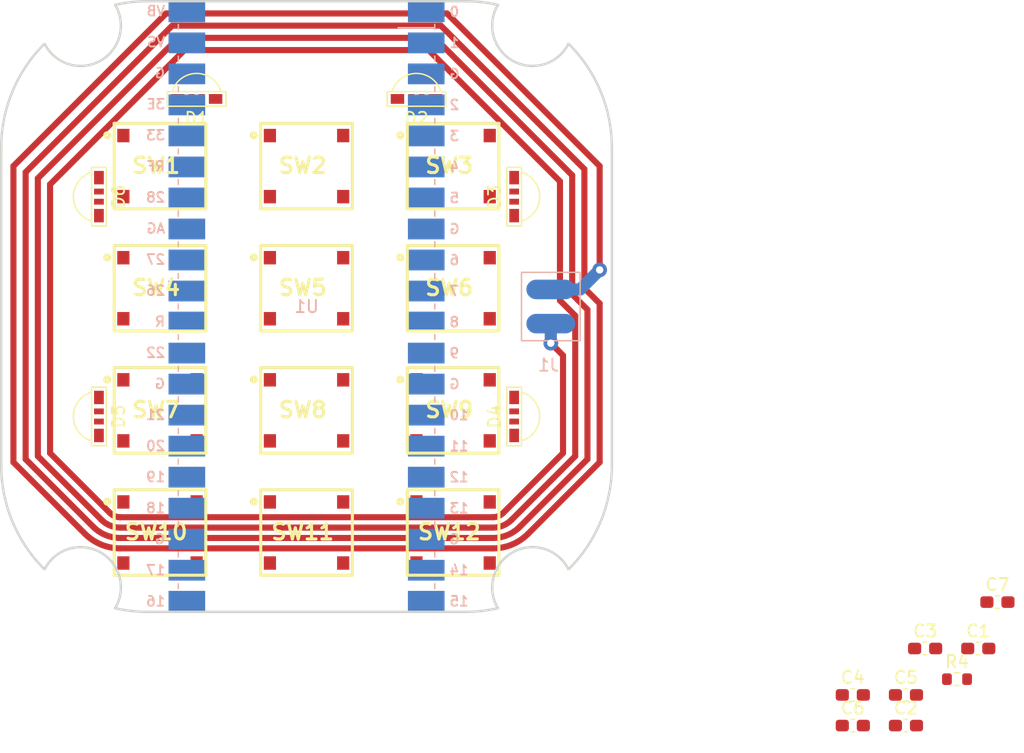
<source format=kicad_pcb>
(kicad_pcb (version 20211014) (generator pcbnew)
  (title_block (title "Teeny Controller for IIDX"))
  (layers (0 "F.Cu" signal) (31 "B.Cu" signal) (34 "B.Paste" user) (35 "F.Paste" user) (36 "B.SilkS" user "B.Silkscreen") (37 "F.SilkS" user "F.Silkscreen") (38 "B.Mask" user) (39 "F.Mask" user) (44 "Edge.Cuts" user))
  (net 0 "")
  (net 1 "+5V")
  (net 2 "GND")
  (net 3 "+3V3")
  (net 5 "Net-(R4-Pad2)")
  (net 47 "Net-(SW1-Pad3)")
  (net 48 "Net-(SW2-Pad3)")
  (net 49 "Net-(SW3-Pad3)")
  (net 50 "Net-(SW4-Pad3)")
  (net 51 "Net-(SW5-Pad3)")
  (net 52 "Net-(SW6-Pad3)")
  (net 53 "Net-(SW7-Pad3)")
  (net 54 "Net-(SW8-Pad3)")
  (net 55 "Net-(SW9-Pad3)")
  (net 56 "Net-(SW10-Pad3)")
  (net 57 "Net-(SW11-Pad3)")
  (net 58 "Net-(SW12-Pad3)")
  (net 59 "Net-(R4-Pad1)")
  (net 60 "Net-(D1-PadO)")
  (net 63 "Net-(D2-PadO)")
  (net 66 "Net-(D3-PadO)")
  (net 69 "Net-(D4-PadO)")
  (net 72 "Net-(D5-PadO)")
  (net 77 "/ANT")
  (footprint "aic_pico:SKRR" (layer "F.Cu") (at 147.32 131.9)
    (fp_text reference "SW12" (at -0.315 -0.046) (layer "F.SilkS") (effects (font (size 1.27 1.27) (thickness 0.254))))
    (fp_text value "SKRR_4pin" hide)
    (fp_line (start 3.75 3.5) (end 3.75 -3.5) (layer "F.SilkS") (width 0.254))
    (fp_line (start 3.75 -3.5) (end -3.75 -3.5) (layer "F.SilkS") (width 0.254))
    (fp_line (start -3.75 -3.5) (end -3.75 3.5) (layer "F.SilkS") (width 0.254))
    (fp_line (start -3.75 3.5) (end 3.75 3.5) (layer "F.SilkS") (width 0.254))
    (fp_circle (center -4.321 -2.524) (end -4.321 -2.45095) (layer "F.SilkS") (width 0.254) (fill none))
    (pad "1" smd rect (at -3 -2.5) (size 1 1.1) (layers "F.Cu" "F.Paste" "F.Mask"))
    (pad "2" smd rect (at -3 2.5) (size 1 1.1) (layers "F.Cu" "F.Paste" "F.Mask"))
    (pad "3" smd rect (at 3 -2.5) (size 1 1.1) (layers "F.Cu" "F.Paste" "F.Mask") (net 58 "Net-(SW12-Pad3)"))
    (pad "4" smd rect (at 3 2.5) (size 1 1.1) (layers "F.Cu" "F.Paste" "F.Mask") (net 2 "GND"))
  )
  (footprint "aic_pico:WS2812B-1204" (layer "F.Cu") (at 152.32 122.4 90)
    (fp_text reference "D4" (at 0 -1.6 90) (layer "F.SilkS"))
    (fp_text value "WS2812B_Unified" hide)
    (fp_line (start -2.4 0.6) (end -2.4 -0.6) (layer "F.SilkS") (width 0.12))
    (fp_line (start 2.4 -0.6) (end -2.4 -0.6) (layer "F.SilkS") (width 0.12))
    (fp_line (start 2.4 -0.6) (end 2.4 0.6) (layer "F.SilkS") (width 0.12))
    (fp_line (start 2.4 0.6) (end -2.4 0.6) (layer "F.SilkS") (width 0.12))
    (fp_arc (start 2 0.6) (mid 0 2.088061) (end -2 0.6) (layer "F.SilkS") (width 0.12))
    (pad "G" smd rect (at 1.555 0 90) (size 1.1 0.8) (layers "F.Cu" "F.Paste" "F.Mask"))
    (pad "I" smd rect (at 0.415 0 90) (size 0.48 0.8) (layers "F.Cu" "F.Paste" "F.Mask") (net 66 "Net-(D3-PadO)"))
    (pad "O" smd rect (at -1.555 0 90) (size 1.1 0.8) (layers "F.Cu" "F.Paste" "F.Mask") (net 69 "Net-(D4-PadO)"))
    (pad "V" smd rect (at -0.415 0 90) (size 0.48 0.8) (layers "F.Cu" "F.Paste" "F.Mask"))
  )
  (footprint "aic_pico:SKRR" (layer "F.Cu") (at 123.32 101.9)
    (fp_text reference "SW1" (at -0.315 -0.046) (layer "F.SilkS") (effects (font (size 1.27 1.27) (thickness 0.254))))
    (fp_text value "SKRR_4pin" hide)
    (fp_line (start 3.75 -3.5) (end -3.75 -3.5) (layer "F.SilkS") (width 0.254))
    (fp_line (start -3.75 3.5) (end 3.75 3.5) (layer "F.SilkS") (width 0.254))
    (fp_line (start -3.75 -3.5) (end -3.75 3.5) (layer "F.SilkS") (width 0.254))
    (fp_line (start 3.75 3.5) (end 3.75 -3.5) (layer "F.SilkS") (width 0.254))
    (fp_circle (center -4.321 -2.524) (end -4.321 -2.45095) (layer "F.SilkS") (width 0.254) (fill none))
    (pad "1" smd rect (at -3 -2.5) (size 1 1.1) (layers "F.Cu" "F.Paste" "F.Mask"))
    (pad "2" smd rect (at -3 2.5) (size 1 1.1) (layers "F.Cu" "F.Paste" "F.Mask"))
    (pad "3" smd rect (at 3 -2.5) (size 1 1.1) (layers "F.Cu" "F.Paste" "F.Mask") (net 47 "Net-(SW1-Pad3)"))
    (pad "4" smd rect (at 3 2.5) (size 1 1.1) (layers "F.Cu" "F.Paste" "F.Mask") (net 2 "GND"))
  )
  (footprint "aic_pico:SKRR" (layer "F.Cu") (at 135.32 101.9)
    (fp_text reference "SW2" (at -0.315 -0.046) (layer "F.SilkS") (effects (font (size 1.27 1.27) (thickness 0.254))))
    (fp_text value "SKRR_4pin" hide)
    (fp_line (start -3.75 -3.5) (end -3.75 3.5) (layer "F.SilkS") (width 0.254))
    (fp_line (start -3.75 3.5) (end 3.75 3.5) (layer "F.SilkS") (width 0.254))
    (fp_line (start 3.75 3.5) (end 3.75 -3.5) (layer "F.SilkS") (width 0.254))
    (fp_line (start 3.75 -3.5) (end -3.75 -3.5) (layer "F.SilkS") (width 0.254))
    (fp_circle (center -4.321 -2.524) (end -4.321 -2.45095) (layer "F.SilkS") (width 0.254) (fill none))
    (pad "1" smd rect (at -3 -2.5) (size 1 1.1) (layers "F.Cu" "F.Paste" "F.Mask"))
    (pad "2" smd rect (at -3 2.5) (size 1 1.1) (layers "F.Cu" "F.Paste" "F.Mask"))
    (pad "3" smd rect (at 3 -2.5) (size 1 1.1) (layers "F.Cu" "F.Paste" "F.Mask") (net 48 "Net-(SW2-Pad3)"))
    (pad "4" smd rect (at 3 2.5) (size 1 1.1) (layers "F.Cu" "F.Paste" "F.Mask") (net 2 "GND"))
  )
  (footprint "Capacitor_SMD:C_0603_1608Metric_Pad1.08x0.95mm_HandSolder" (layer "F.Cu") (at 191.89 137.6)
    (fp_text reference "C7" (at 0 -1.43) (layer "F.SilkS"))
    (fp_text value "0.1uF")
    (fp_line (start -0.146267 0.51) (end 0.146267 0.51) (layer "F.SilkS") (width 0.12))
    (fp_line (start -0.146267 -0.51) (end 0.146267 -0.51) (layer "F.SilkS") (width 0.12))
    (pad "1" smd roundrect (at -0.8625 0) (size 1.075 0.95) (layers "F.Cu" "F.Paste" "F.Mask") (net 3 "+3V3"))
    (pad "2" smd roundrect (at 0.8625 0) (size 1.075 0.95) (layers "F.Cu" "F.Paste" "F.Mask") (net 2 "GND"))
  )
  (footprint "aic_pico:WS2812B-1204" (layer "F.Cu") (at 118.32 122.4 -90)
    (fp_text reference "D5" (at 0 -1.6 90) (layer "F.SilkS"))
    (fp_text value "WS2812B_Unified" hide)
    (fp_line (start -2.4 0.6) (end -2.4 -0.6) (layer "F.SilkS") (width 0.12))
    (fp_line (start 2.4 0.6) (end -2.4 0.6) (layer "F.SilkS") (width 0.12))
    (fp_line (start 2.4 -0.6) (end -2.4 -0.6) (layer "F.SilkS") (width 0.12))
    (fp_line (start 2.4 -0.6) (end 2.4 0.6) (layer "F.SilkS") (width 0.12))
    (fp_arc (start 2 0.6) (mid 0 2.088061) (end -2 0.6) (layer "F.SilkS") (width 0.12))
    (pad "G" smd rect (at 1.555 0 270) (size 1.1 0.8) (layers "F.Cu" "F.Paste" "F.Mask"))
    (pad "I" smd rect (at 0.415 0 270) (size 0.48 0.8) (layers "F.Cu" "F.Paste" "F.Mask") (net 69 "Net-(D4-PadO)"))
    (pad "O" smd rect (at -1.555 0 270) (size 1.1 0.8) (layers "F.Cu" "F.Paste" "F.Mask") (net 72 "Net-(D5-PadO)"))
    (pad "V" smd rect (at -0.415 0 270) (size 0.48 0.8) (layers "F.Cu" "F.Paste" "F.Mask"))
  )
  (footprint "aic_pico:SKRR" (layer "F.Cu") (at 135.32 121.9)
    (fp_text reference "SW8" (at -0.315 -0.046) (layer "F.SilkS") (effects (font (size 1.27 1.27) (thickness 0.254))))
    (fp_text value "SKRR_4pin" hide)
    (fp_line (start -3.75 -3.5) (end -3.75 3.5) (layer "F.SilkS") (width 0.254))
    (fp_line (start -3.75 3.5) (end 3.75 3.5) (layer "F.SilkS") (width 0.254))
    (fp_line (start 3.75 3.5) (end 3.75 -3.5) (layer "F.SilkS") (width 0.254))
    (fp_line (start 3.75 -3.5) (end -3.75 -3.5) (layer "F.SilkS") (width 0.254))
    (fp_circle (center -4.321 -2.524) (end -4.321 -2.45095) (layer "F.SilkS") (width 0.254) (fill none))
    (pad "1" smd rect (at -3 -2.5) (size 1 1.1) (layers "F.Cu" "F.Paste" "F.Mask"))
    (pad "2" smd rect (at -3 2.5) (size 1 1.1) (layers "F.Cu" "F.Paste" "F.Mask"))
    (pad "3" smd rect (at 3 -2.5) (size 1 1.1) (layers "F.Cu" "F.Paste" "F.Mask") (net 54 "Net-(SW8-Pad3)"))
    (pad "4" smd rect (at 3 2.5) (size 1 1.1) (layers "F.Cu" "F.Paste" "F.Mask") (net 2 "GND"))
  )
  (footprint "aic_pico:WS2812B-1204" (layer "F.Cu") (at 152.32 104.4 90)
    (fp_text reference "D3" (at 0 -1.6 90) (layer "F.SilkS"))
    (fp_text value "WS2812B_Unified" hide)
    (fp_line (start 2.4 -0.6) (end -2.4 -0.6) (layer "F.SilkS") (width 0.12))
    (fp_line (start 2.4 -0.6) (end 2.4 0.6) (layer "F.SilkS") (width 0.12))
    (fp_line (start -2.4 0.6) (end -2.4 -0.6) (layer "F.SilkS") (width 0.12))
    (fp_line (start 2.4 0.6) (end -2.4 0.6) (layer "F.SilkS") (width 0.12))
    (fp_arc (start 2 0.6) (mid 0 2.088061) (end -2 0.6) (layer "F.SilkS") (width 0.12))
    (pad "G" smd rect (at 1.555 0 90) (size 1.1 0.8) (layers "F.Cu" "F.Paste" "F.Mask"))
    (pad "I" smd rect (at 0.415 0 90) (size 0.48 0.8) (layers "F.Cu" "F.Paste" "F.Mask") (net 63 "Net-(D2-PadO)"))
    (pad "O" smd rect (at -1.555 0 90) (size 1.1 0.8) (layers "F.Cu" "F.Paste" "F.Mask") (net 66 "Net-(D3-PadO)"))
    (pad "V" smd rect (at -0.415 0 90) (size 0.48 0.8) (layers "F.Cu" "F.Paste" "F.Mask"))
  )
  (footprint "aic_pico:SKRR" (layer "F.Cu") (at 147.32 121.9)
    (fp_text reference "SW9" (at -0.315 -0.046) (layer "F.SilkS") (effects (font (size 1.27 1.27) (thickness 0.254))))
    (fp_text value "SKRR_4pin" hide)
    (fp_line (start 3.75 3.5) (end 3.75 -3.5) (layer "F.SilkS") (width 0.254))
    (fp_line (start -3.75 -3.5) (end -3.75 3.5) (layer "F.SilkS") (width 0.254))
    (fp_line (start 3.75 -3.5) (end -3.75 -3.5) (layer "F.SilkS") (width 0.254))
    (fp_line (start -3.75 3.5) (end 3.75 3.5) (layer "F.SilkS") (width 0.254))
    (fp_circle (center -4.321 -2.524) (end -4.321 -2.45095) (layer "F.SilkS") (width 0.254) (fill none))
    (pad "1" smd rect (at -3 -2.5) (size 1 1.1) (layers "F.Cu" "F.Paste" "F.Mask"))
    (pad "2" smd rect (at -3 2.5) (size 1 1.1) (layers "F.Cu" "F.Paste" "F.Mask"))
    (pad "3" smd rect (at 3 -2.5) (size 1 1.1) (layers "F.Cu" "F.Paste" "F.Mask") (net 55 "Net-(SW9-Pad3)"))
    (pad "4" smd rect (at 3 2.5) (size 1 1.1) (layers "F.Cu" "F.Paste" "F.Mask") (net 2 "GND"))
  )
  (footprint "aic_pico:SKRR" (layer "F.Cu") (at 135.32 131.9)
    (fp_text reference "SW11" (at -0.315 -0.046) (layer "F.SilkS") (effects (font (size 1.27 1.27) (thickness 0.254))))
    (fp_text value "SKRR_4pin" hide)
    (fp_line (start 3.75 3.5) (end 3.75 -3.5) (layer "F.SilkS") (width 0.254))
    (fp_line (start 3.75 -3.5) (end -3.75 -3.5) (layer "F.SilkS") (width 0.254))
    (fp_line (start -3.75 3.5) (end 3.75 3.5) (layer "F.SilkS") (width 0.254))
    (fp_line (start -3.75 -3.5) (end -3.75 3.5) (layer "F.SilkS") (width 0.254))
    (fp_circle (center -4.321 -2.524) (end -4.321 -2.45095) (layer "F.SilkS") (width 0.254) (fill none))
    (pad "1" smd rect (at -3 -2.5) (size 1 1.1) (layers "F.Cu" "F.Paste" "F.Mask"))
    (pad "2" smd rect (at -3 2.5) (size 1 1.1) (layers "F.Cu" "F.Paste" "F.Mask"))
    (pad "3" smd rect (at 3 -2.5) (size 1 1.1) (layers "F.Cu" "F.Paste" "F.Mask") (net 57 "Net-(SW11-Pad3)"))
    (pad "4" smd rect (at 3 2.5) (size 1 1.1) (layers "F.Cu" "F.Paste" "F.Mask") (net 2 "GND"))
  )
  (footprint "aic_pico:SKRR" (layer "F.Cu") (at 123.32 121.9)
    (fp_text reference "SW7" (at -0.315 -0.046) (layer "F.SilkS") (effects (font (size 1.27 1.27) (thickness 0.254))))
    (fp_text value "SKRR_4pin" hide)
    (fp_line (start -3.75 -3.5) (end -3.75 3.5) (layer "F.SilkS") (width 0.254))
    (fp_line (start 3.75 -3.5) (end -3.75 -3.5) (layer "F.SilkS") (width 0.254))
    (fp_line (start 3.75 3.5) (end 3.75 -3.5) (layer "F.SilkS") (width 0.254))
    (fp_line (start -3.75 3.5) (end 3.75 3.5) (layer "F.SilkS") (width 0.254))
    (fp_circle (center -4.321 -2.524) (end -4.321 -2.45095) (layer "F.SilkS") (width 0.254) (fill none))
    (pad "1" smd rect (at -3 -2.5) (size 1 1.1) (layers "F.Cu" "F.Paste" "F.Mask"))
    (pad "2" smd rect (at -3 2.5) (size 1 1.1) (layers "F.Cu" "F.Paste" "F.Mask"))
    (pad "3" smd rect (at 3 -2.5) (size 1 1.1) (layers "F.Cu" "F.Paste" "F.Mask") (net 53 "Net-(SW7-Pad3)"))
    (pad "4" smd rect (at 3 2.5) (size 1 1.1) (layers "F.Cu" "F.Paste" "F.Mask") (net 2 "GND"))
  )
  (footprint "aic_pico:WS2812B-1204" (layer "F.Cu") (at 126.32 96.4 180)
    (fp_text reference "D1" (at 0 -1.6) (layer "F.SilkS"))
    (fp_text value "WS2812B_Unified" hide)
    (fp_line (start 2.4 -0.6) (end -2.4 -0.6) (layer "F.SilkS") (width 0.12))
    (fp_line (start 2.4 0.6) (end -2.4 0.6) (layer "F.SilkS") (width 0.12))
    (fp_line (start -2.4 0.6) (end -2.4 -0.6) (layer "F.SilkS") (width 0.12))
    (fp_line (start 2.4 -0.6) (end 2.4 0.6) (layer "F.SilkS") (width 0.12))
    (fp_arc (start 2 0.6) (mid 0 2.088061) (end -2 0.6) (layer "F.SilkS") (width 0.12))
    (pad "G" smd rect (at 1.555 0 180) (size 1.1 0.8) (layers "F.Cu" "F.Paste" "F.Mask"))
    (pad "I" smd rect (at 0.415 0 180) (size 0.48 0.8) (layers "F.Cu" "F.Paste" "F.Mask") (net 59 "Net-(R4-Pad1)"))
    (pad "O" smd rect (at -1.555 0 180) (size 1.1 0.8) (layers "F.Cu" "F.Paste" "F.Mask") (net 60 "Net-(D1-PadO)"))
    (pad "V" smd rect (at -0.415 0 180) (size 0.48 0.8) (layers "F.Cu" "F.Paste" "F.Mask"))
  )
  (footprint "Capacitor_SMD:C_0603_1608Metric_Pad1.08x0.95mm_HandSolder" (layer "F.Cu") (at 185.97 141.4)
    (fp_text reference "C3" (at 0 -1.43) (layer "F.SilkS"))
    (fp_text value "0.1uF")
    (fp_line (start -0.146267 -0.51) (end 0.146267 -0.51) (layer "F.SilkS") (width 0.12))
    (fp_line (start -0.146267 0.51) (end 0.146267 0.51) (layer "F.SilkS") (width 0.12))
    (pad "1" smd roundrect (at -0.8625 0) (size 1.075 0.95) (layers "F.Cu" "F.Paste" "F.Mask") (net 1 "+5V"))
    (pad "2" smd roundrect (at 0.8625 0) (size 1.075 0.95) (layers "F.Cu" "F.Paste" "F.Mask") (net 2 "GND"))
  )
  (footprint "aic_pico:SKRR" (layer "F.Cu") (at 123.32 131.9)
    (fp_text reference "SW10" (at -0.315 -0.046) (layer "F.SilkS") (effects (font (size 1.27 1.27) (thickness 0.254))))
    (fp_text value "SKRR_4pin" hide)
    (fp_line (start -3.75 -3.5) (end -3.75 3.5) (layer "F.SilkS") (width 0.254))
    (fp_line (start -3.75 3.5) (end 3.75 3.5) (layer "F.SilkS") (width 0.254))
    (fp_line (start 3.75 -3.5) (end -3.75 -3.5) (layer "F.SilkS") (width 0.254))
    (fp_line (start 3.75 3.5) (end 3.75 -3.5) (layer "F.SilkS") (width 0.254))
    (fp_circle (center -4.321 -2.524) (end -4.321 -2.45095) (layer "F.SilkS") (width 0.254) (fill none))
    (pad "1" smd rect (at -3 -2.5) (size 1 1.1) (layers "F.Cu" "F.Paste" "F.Mask"))
    (pad "2" smd rect (at -3 2.5) (size 1 1.1) (layers "F.Cu" "F.Paste" "F.Mask"))
    (pad "3" smd rect (at 3 -2.5) (size 1 1.1) (layers "F.Cu" "F.Paste" "F.Mask") (net 56 "Net-(SW10-Pad3)"))
    (pad "4" smd rect (at 3 2.5) (size 1 1.1) (layers "F.Cu" "F.Paste" "F.Mask") (net 2 "GND"))
  )
  (footprint "Capacitor_SMD:C_0603_1608Metric_Pad1.08x0.95mm_HandSolder" (layer "F.Cu") (at 180.05 147.71)
    (fp_text reference "C6" (at 0 -1.43) (layer "F.SilkS"))
    (fp_text value "0.1uF")
    (fp_line (start -0.146267 0.51) (end 0.146267 0.51) (layer "F.SilkS") (width 0.12))
    (fp_line (start -0.146267 -0.51) (end 0.146267 -0.51) (layer "F.SilkS") (width 0.12))
    (pad "1" smd roundrect (at -0.8625 0) (size 1.075 0.95) (layers "F.Cu" "F.Paste" "F.Mask") (net 3 "+3V3"))
    (pad "2" smd roundrect (at 0.8625 0) (size 1.075 0.95) (layers "F.Cu" "F.Paste" "F.Mask") (net 2 "GND"))
  )
  (footprint "Resistor_SMD:R_0603_1608Metric" (layer "F.Cu") (at 188.58 143.91)
    (fp_text reference "R4" (at 0 -1.43) (layer "F.SilkS"))
    (fp_text value "10")
    (fp_line (start -0.237258 -0.5225) (end 0.237258 -0.5225) (layer "F.SilkS") (width 0.12))
    (fp_line (start -0.237258 0.5225) (end 0.237258 0.5225) (layer "F.SilkS") (width 0.12))
    (pad "1" smd roundrect (at -0.825 0) (size 0.8 0.95) (layers "F.Cu" "F.Paste" "F.Mask") (net 59 "Net-(R4-Pad1)"))
    (pad "2" smd roundrect (at 0.825 0) (size 0.8 0.95) (layers "F.Cu" "F.Paste" "F.Mask") (net 5 "Net-(R4-Pad2)"))
  )
  (footprint "aic_pico:SKRR" (layer "F.Cu") (at 147.32 101.9)
    (fp_text reference "SW3" (at -0.315 -0.046) (layer "F.SilkS") (effects (font (size 1.27 1.27) (thickness 0.254))))
    (fp_text value "SKRR_4pin" hide)
    (fp_line (start -3.75 3.5) (end 3.75 3.5) (layer "F.SilkS") (width 0.254))
    (fp_line (start 3.75 -3.5) (end -3.75 -3.5) (layer "F.SilkS") (width 0.254))
    (fp_line (start -3.75 -3.5) (end -3.75 3.5) (layer "F.SilkS") (width 0.254))
    (fp_line (start 3.75 3.5) (end 3.75 -3.5) (layer "F.SilkS") (width 0.254))
    (fp_circle (center -4.321 -2.524) (end -4.321 -2.45095) (layer "F.SilkS") (width 0.254) (fill none))
    (pad "1" smd rect (at -3 -2.5) (size 1 1.1) (layers "F.Cu" "F.Paste" "F.Mask"))
    (pad "2" smd rect (at -3 2.5) (size 1 1.1) (layers "F.Cu" "F.Paste" "F.Mask"))
    (pad "3" smd rect (at 3 -2.5) (size 1 1.1) (layers "F.Cu" "F.Paste" "F.Mask") (net 49 "Net-(SW3-Pad3)"))
    (pad "4" smd rect (at 3 2.5) (size 1 1.1) (layers "F.Cu" "F.Paste" "F.Mask") (net 2 "GND"))
  )
  (footprint "Capacitor_SMD:C_0603_1608Metric_Pad1.08x0.95mm_HandSolder" (layer "F.Cu") (at 180.05 145.2)
    (fp_text reference "C4" (at 0 -1.43) (layer "F.SilkS"))
    (fp_text value "0.1uF")
    (fp_line (start -0.146267 0.51) (end 0.146267 0.51) (layer "F.SilkS") (width 0.12))
    (fp_line (start -0.146267 -0.51) (end 0.146267 -0.51) (layer "F.SilkS") (width 0.12))
    (pad "1" smd roundrect (at -0.8625 0) (size 1.075 0.95) (layers "F.Cu" "F.Paste" "F.Mask") (net 3 "+3V3"))
    (pad "2" smd roundrect (at 0.8625 0) (size 1.075 0.95) (layers "F.Cu" "F.Paste" "F.Mask") (net 2 "GND"))
  )
  (footprint "aic_pico:SKRR" (layer "F.Cu") (at 135.32 111.9)
    (fp_text reference "SW5" (at -0.315 -0.046) (layer "F.SilkS") (effects (font (size 1.27 1.27) (thickness 0.254))))
    (fp_text value "SKRR_4pin" hide)
    (fp_line (start 3.75 -3.5) (end -3.75 -3.5) (layer "F.SilkS") (width 0.254))
    (fp_line (start -3.75 -3.5) (end -3.75 3.5) (layer "F.SilkS") (width 0.254))
    (fp_line (start 3.75 3.5) (end 3.75 -3.5) (layer "F.SilkS") (width 0.254))
    (fp_line (start -3.75 3.5) (end 3.75 3.5) (layer "F.SilkS") (width 0.254))
    (fp_circle (center -4.321 -2.524) (end -4.321 -2.45095) (layer "F.SilkS") (width 0.254) (fill none))
    (pad "1" smd rect (at -3 -2.5) (size 1 1.1) (layers "F.Cu" "F.Paste" "F.Mask"))
    (pad "2" smd rect (at -3 2.5) (size 1 1.1) (layers "F.Cu" "F.Paste" "F.Mask"))
    (pad "3" smd rect (at 3 -2.5) (size 1 1.1) (layers "F.Cu" "F.Paste" "F.Mask") (net 51 "Net-(SW5-Pad3)"))
    (pad "4" smd rect (at 3 2.5) (size 1 1.1) (layers "F.Cu" "F.Paste" "F.Mask") (net 2 "GND"))
  )
  (footprint "Capacitor_SMD:C_0603_1608Metric_Pad1.08x0.95mm_HandSolder" (layer "F.Cu") (at 184.4 147.71)
    (fp_text reference "C2" (at 0 -1.43) (layer "F.SilkS"))
    (fp_text value "0.1uF")
    (fp_line (start -0.146267 0.51) (end 0.146267 0.51) (layer "F.SilkS") (width 0.12))
    (fp_line (start -0.146267 -0.51) (end 0.146267 -0.51) (layer "F.SilkS") (width 0.12))
    (pad "1" smd roundrect (at -0.8625 0) (size 1.075 0.95) (layers "F.Cu" "F.Paste" "F.Mask") (net 1 "+5V"))
    (pad "2" smd roundrect (at 0.8625 0) (size 1.075 0.95) (layers "F.Cu" "F.Paste" "F.Mask") (net 2 "GND"))
  )
  (footprint "aic_pico:SKRR" (layer "F.Cu") (at 147.32 111.9)
    (fp_text reference "SW6" (at -0.315 -0.046) (layer "F.SilkS") (effects (font (size 1.27 1.27) (thickness 0.254))))
    (fp_text value "SKRR_4pin" hide)
    (fp_line (start -3.75 3.5) (end 3.75 3.5) (layer "F.SilkS") (width 0.254))
    (fp_line (start -3.75 -3.5) (end -3.75 3.5) (layer "F.SilkS") (width 0.254))
    (fp_line (start 3.75 -3.5) (end -3.75 -3.5) (layer "F.SilkS") (width 0.254))
    (fp_line (start 3.75 3.5) (end 3.75 -3.5) (layer "F.SilkS") (width 0.254))
    (fp_circle (center -4.321 -2.524) (end -4.321 -2.45095) (layer "F.SilkS") (width 0.254) (fill none))
    (pad "1" smd rect (at -3 -2.5) (size 1 1.1) (layers "F.Cu" "F.Paste" "F.Mask"))
    (pad "2" smd rect (at -3 2.5) (size 1 1.1) (layers "F.Cu" "F.Paste" "F.Mask"))
    (pad "3" smd rect (at 3 -2.5) (size 1 1.1) (layers "F.Cu" "F.Paste" "F.Mask") (net 52 "Net-(SW6-Pad3)"))
    (pad "4" smd rect (at 3 2.5) (size 1 1.1) (layers "F.Cu" "F.Paste" "F.Mask") (net 2 "GND"))
  )
  (footprint "Capacitor_SMD:C_0603_1608Metric_Pad1.08x0.95mm_HandSolder" (layer "F.Cu") (at 184.4 145.2)
    (fp_text reference "C5" (at 0 -1.43) (layer "F.SilkS"))
    (fp_text value "0.1uF")
    (fp_line (start -0.146267 -0.51) (end 0.146267 -0.51) (layer "F.SilkS") (width 0.12))
    (fp_line (start -0.146267 0.51) (end 0.146267 0.51) (layer "F.SilkS") (width 0.12))
    (pad "1" smd roundrect (at -0.8625 0) (size 1.075 0.95) (layers "F.Cu" "F.Paste" "F.Mask") (net 3 "+3V3"))
    (pad "2" smd roundrect (at 0.8625 0) (size 1.075 0.95) (layers "F.Cu" "F.Paste" "F.Mask") (net 2 "GND"))
  )
  (footprint "Capacitor_SMD:C_0603_1608Metric_Pad1.08x0.95mm_HandSolder" (layer "F.Cu") (at 190.32 141.4)
    (fp_text reference "C1" (at 0 -1.43) (layer "F.SilkS"))
    (fp_text value "0.1uF")
    (fp_line (start -0.146267 0.51) (end 0.146267 0.51) (layer "F.SilkS") (width 0.12))
    (fp_line (start -0.146267 -0.51) (end 0.146267 -0.51) (layer "F.SilkS") (width 0.12))
    (pad "1" smd roundrect (at -0.8625 0) (size 1.075 0.95) (layers "F.Cu" "F.Paste" "F.Mask") (net 1 "+5V"))
    (pad "2" smd roundrect (at 0.8625 0) (size 1.075 0.95) (layers "F.Cu" "F.Paste" "F.Mask") (net 2 "GND"))
  )
  (footprint "aic_pico:WS2812B-1204" (layer "F.Cu") (at 118.32 104.4 -90)
    (fp_text reference "D6" (at 0 -1.6 90) (layer "F.SilkS"))
    (fp_text value "WS2812B_Unified" hide)
    (fp_line (start 2.4 0.6) (end -2.4 0.6) (layer "F.SilkS") (width 0.12))
    (fp_line (start 2.4 -0.6) (end 2.4 0.6) (layer "F.SilkS") (width 0.12))
    (fp_line (start -2.4 0.6) (end -2.4 -0.6) (layer "F.SilkS") (width 0.12))
    (fp_line (start 2.4 -0.6) (end -2.4 -0.6) (layer "F.SilkS") (width 0.12))
    (fp_arc (start 2 0.6) (mid 0 2.088061) (end -2 0.6) (layer "F.SilkS") (width 0.12))
    (pad "G" smd rect (at 1.555 0 270) (size 1.1 0.8) (layers "F.Cu" "F.Paste" "F.Mask"))
    (pad "I" smd rect (at 0.415 0 270) (size 0.48 0.8) (layers "F.Cu" "F.Paste" "F.Mask") (net 72 "Net-(D5-PadO)"))
    (pad "O" smd rect (at -1.555 0 270) (size 1.1 0.8) (layers "F.Cu" "F.Paste" "F.Mask"))
    (pad "V" smd rect (at -0.415 0 270) (size 0.48 0.8) (layers "F.Cu" "F.Paste" "F.Mask"))
  )
  (footprint "aic_pico:SKRR" (layer "F.Cu") (at 123.32 111.9)
    (fp_text reference "SW4" (at -0.315 -0.046) (layer "F.SilkS") (effects (font (size 1.27 1.27) (thickness 0.254))))
    (fp_text value "SKRR_4pin" hide)
    (fp_line (start -3.75 -3.5) (end -3.75 3.5) (layer "F.SilkS") (width 0.254))
    (fp_line (start 3.75 -3.5) (end -3.75 -3.5) (layer "F.SilkS") (width 0.254))
    (fp_line (start -3.75 3.5) (end 3.75 3.5) (layer "F.SilkS") (width 0.254))
    (fp_line (start 3.75 3.5) (end 3.75 -3.5) (layer "F.SilkS") (width 0.254))
    (fp_circle (center -4.321 -2.524) (end -4.321 -2.45095) (layer "F.SilkS") (width 0.254) (fill none))
    (pad "1" smd rect (at -3 -2.5) (size 1 1.1) (layers "F.Cu" "F.Paste" "F.Mask"))
    (pad "2" smd rect (at -3 2.5) (size 1 1.1) (layers "F.Cu" "F.Paste" "F.Mask"))
    (pad "3" smd rect (at 3 -2.5) (size 1 1.1) (layers "F.Cu" "F.Paste" "F.Mask") (net 50 "Net-(SW4-Pad3)"))
    (pad "4" smd rect (at 3 2.5) (size 1 1.1) (layers "F.Cu" "F.Paste" "F.Mask") (net 2 "GND"))
  )
  (footprint "aic_pico:WS2812B-1204" (layer "F.Cu") (at 144.32 96.4 180)
    (fp_text reference "D2" (at 0 -1.6) (layer "F.SilkS"))
    (fp_text value "WS2812B_Unified" hide)
    (fp_line (start 2.4 0.6) (end -2.4 0.6) (layer "F.SilkS") (width 0.12))
    (fp_line (start 2.4 -0.6) (end 2.4 0.6) (layer "F.SilkS") (width 0.12))
    (fp_line (start 2.4 -0.6) (end -2.4 -0.6) (layer "F.SilkS") (width 0.12))
    (fp_line (start -2.4 0.6) (end -2.4 -0.6) (layer "F.SilkS") (width 0.12))
    (fp_arc (start 2 0.6) (mid 0 2.088061) (end -2 0.6) (layer "F.SilkS") (width 0.12))
    (pad "G" smd rect (at 1.555 0 180) (size 1.1 0.8) (layers "F.Cu" "F.Paste" "F.Mask"))
    (pad "I" smd rect (at 0.415 0 180) (size 0.48 0.8) (layers "F.Cu" "F.Paste" "F.Mask") (net 60 "Net-(D1-PadO)"))
    (pad "O" smd rect (at -1.555 0 180) (size 1.1 0.8) (layers "F.Cu" "F.Paste" "F.Mask") (net 63 "Net-(D2-PadO)"))
    (pad "V" smd rect (at -0.415 0 180) (size 0.48 0.8) (layers "F.Cu" "F.Paste" "F.Mask"))
  )
  (footprint "aic_pico:RPi_Pico_SMD_No_USB" (layer "B.Cu") (at 135.32 113.4 180)
    (fp_text reference "U1" (at 0 0) (layer "B.SilkS") (effects (justify mirror)))
    (fp_text value "Pico_Trim")
    (fp_text user "VB" (at 12.342857 24.2) (layer "B.SilkS") (effects (font (size 0.8 0.8)) (justify mirror)))
    (fp_text user "14" (at -12.480952 -21.59) (layer "B.SilkS") (effects (font (size 0.8 0.8)) (justify mirror)))
    (fp_text user "27" (at 12.361905 3.850528) (layer "B.SilkS") (effects (font (size 0.8 0.8)) (justify mirror)))
    (fp_text user "17" (at 12.361905 -21.586312) (layer "B.SilkS") (effects (font (size 0.8 0.8)) (justify mirror)))
    (fp_text user "4" (at -12.1 11.43) (layer "B.SilkS") (effects (font (size 0.8 0.8)) (justify mirror)))
    (fp_text user "3E" (at 12.342857 16.568948) (layer "B.SilkS") (effects (font (size 0.8 0.8)) (justify mirror)))
    (fp_text user "G" (at 12 -6.324208) (layer "B.SilkS") (effects (font (size 0.8 0.8)) (justify mirror)))
    (fp_text user "12" (at -12.480952 -13.97) (layer "B.SilkS") (effects (font (size 0.8 0.8)) (justify mirror)))
    (fp_text user "33" (at 12.361905 14.025264) (layer "B.SilkS") (effects (font (size 0.8 0.8)) (justify mirror)))
    (fp_text user "9" (at -12.1 -3.81) (layer "B.SilkS") (effects (font (size 0.8 0.8)) (justify mirror)))
    (fp_text user "11" (at -12.480952 -11.43) (layer "B.SilkS") (effects (font (size 0.8 0.8)) (justify mirror)))
    (fp_text user "16" (at 12.361905 -24.13) (layer "B.SilkS") (effects (font (size 0.8 0.8)) (justify mirror)))
    (fp_text user "RF" (at 12.342857 11.48158) (layer "B.SilkS") (effects (font (size 0.8 0.8)) (justify mirror)))
    (fp_text user "G" (at 12 -19.042628) (layer "B.SilkS") (effects (font (size 0.8 0.8)) (justify mirror)))
    (fp_text user "5" (at -12.1 8.89) (layer "B.SilkS") (effects (font (size 0.8 0.8)) (justify mirror)))
    (fp_text user "22" (at 12.361905 -3.780524) (layer "B.SilkS") (effects (font (size 0.8 0.8)) (justify mirror)))
    (fp_text user "R" (at 12 -1.23684) (layer "B.SilkS") (effects (font (size 0.8 0.8)) (justify mirror)))
    (fp_text user "G" (at -12.119047 -19.05) (layer "B.SilkS") (effects (font (size 0.8 0.8)) (justify mirror)))
    (fp_text user "G" (at -12.119047 19.05) (layer "B.SilkS") (effects (font (size 0.8 0.8)) (justify mirror)))
    (fp_text user "8" (at -12.1 -1.27) (layer "B.SilkS") (effects (font (size 0.8 0.8)) (justify mirror)))
    (fp_text user "10" (at -12.480952 -8.89) (layer "B.SilkS") (effects (font (size 0.8 0.8)) (justify mirror)))
    (fp_text user "21" (at 12.361905 -8.867892) (layer "B.SilkS") (effects (font (size 0.8 0.8)) (justify mirror)))
    (fp_text user "G" (at 12 19.112632) (layer "B.SilkS") (effects (font (size 0.8 0.8)) (justify mirror)))
    (fp_text user "G" (at -12.119047 -6.35) (layer "B.SilkS") (effects (font (size 0.8 0.8)) (justify mirror)))
    (fp_text user "6" (at -12.1 3.81) (layer "B.SilkS") (effects (font (size 0.8 0.8)) (justify mirror)))
    (fp_text user "1" (at -12.1 21.59) (layer "B.SilkS") (effects (font (size 0.8 0.8)) (justify mirror)))
    (fp_text user "G" (at -12.119047 6.35) (layer "B.SilkS") (effects (font (size 0.8 0.8)) (justify mirror)))
    (fp_text user "AG" (at 12.342857 6.394212) (layer "B.SilkS") (effects (font (size 0.8 0.8)) (justify mirror)))
    (fp_text user "0" (at -12.1 24.13) (layer "B.SilkS") (effects (font (size 0.8 0.8)) (justify mirror)))
    (fp_text user "28" (at 12.361905 8.937896) (layer "B.SilkS") (effects (font (size 0.8 0.8)) (justify mirror)))
    (fp_text user "18" (at 12.361905 -16.498944) (layer "B.SilkS") (effects (font (size 0.8 0.8)) (justify mirror)))
    (fp_text user "VS" (at 12.323809 21.656316) (layer "B.SilkS") (effects (font (size 0.8 0.8)) (justify mirror)))
    (fp_text user "26" (at 12.361905 1.306844) (layer "B.SilkS") (effects (font (size 0.8 0.8)) (justify mirror)))
    (fp_text user "20" (at 12.361905 -11.411576) (layer "B.SilkS") (effects (font (size 0.8 0.8)) (justify mirror)))
    (fp_text user "19" (at 12.361905 -13.95526) (layer "B.SilkS") (effects (font (size 0.8 0.8)) (justify mirror)))
    (fp_text user "2" (at -12.1 16.51) (layer "B.SilkS") (effects (font (size 0.8 0.8)) (justify mirror)))
    (fp_text user "15" (at -12.480952 -24.13) (layer "B.SilkS") (effects (font (size 0.8 0.8)) (justify mirror)))
    (fp_text user "3" (at -12.1 13.97) (layer "B.SilkS") (effects (font (size 0.8 0.8)) (justify mirror)))
    (fp_text user "13" (at -12.480952 -16.51) (layer "B.SilkS") (effects (font (size 0.8 0.8)) (justify mirror)))
    (fp_text user "7" (at -12.1 1.27) (layer "B.SilkS") (effects (font (size 0.8 0.8)) (justify mirror)))
    (fp_line (start 10.5 2.7) (end 10.5 2.3) (layer "B.SilkS") (width 0.12))
    (fp_line (start 10.5 -10) (end 10.5 -10.4) (layer "B.SilkS") (width 0.12))
    (fp_line (start 10.5 -4.9) (end 10.5 -5.3) (layer "B.SilkS") (width 0.12))
    (fp_line (start -10.5 -17.6) (end -10.5 -18) (layer "B.SilkS") (width 0.12))
    (fp_line (start -10.5 20.5) (end -10.5 20.1) (layer "B.SilkS") (width 0.12))
    (fp_line (start -10.5 23.1) (end -10.5 22.7) (layer "B.SilkS") (width 0.12))
    (fp_line (start -10.5 5.3) (end -10.5 4.9) (layer "B.SilkS") (width 0.12))
    (fp_line (start -10.5 0.2) (end -10.5 -0.2) (layer "B.SilkS") (width 0.12))
    (fp_line (start -10.5 -12.5) (end -10.5 -12.9) (layer "B.SilkS") (width 0.12))
    (fp_line (start 10.5 5.3) (end 10.5 4.9) (layer "B.SilkS") (width 0.12))
    (fp_line (start 10.5 -17.6) (end 10.5 -18) (layer "B.SilkS") (width 0.12))
    (fp_line (start 10.5 23.1) (end 10.5 22.7) (layer "B.SilkS") (width 0.12))
    (fp_line (start -10.5 -20.1) (end -10.5 -20.5) (layer "B.SilkS") (width 0.12))
    (fp_line (start 10.5 -15.1) (end 10.5 -15.5) (layer "B.SilkS") (width 0.12))
    (fp_line (start -10.5 12.9) (end -10.5 12.5) (layer "B.SilkS") (width 0.12))
    (fp_line (start -10.5 18) (end -10.5 17.6) (layer "B.SilkS") (width 0.12))
    (fp_line (start -10.5 2.7) (end -10.5 2.3) (layer "B.SilkS") (width 0.12))
    (fp_line (start -10.5 -4.9) (end -10.5 -5.3) (layer "B.SilkS") (width 0.12))
    (fp_line (start 10.5 -22.7) (end 10.5 -23.1) (layer "B.SilkS") (width 0.12))
    (fp_line (start 10.5 0.2) (end 10.5 -0.2) (layer "B.SilkS") (width 0.12))
    (fp_line (start -10.5 15.4) (end -10.5 15) (layer "B.SilkS") (width 0.12))
    (fp_line (start 10.5 -12.5) (end 10.5 -12.9) (layer "B.SilkS") (width 0.12))
    (fp_line (start -10.5 -15.1) (end -10.5 -15.5) (layer "B.SilkS") (width 0.12))
    (fp_line (start 10.5 -20.1) (end 10.5 -20.5) (layer "B.SilkS") (width 0.12))
    (fp_line (start -10.5 22.833) (end -7.493 22.833) (layer "B.SilkS") (width 0.12))
    (fp_line (start -10.5 7.8) (end -10.5 7.4) (layer "B.SilkS") (width 0.12))
    (fp_line (start 10.5 7.8) (end 10.5 7.4) (layer "B.SilkS") (width 0.12))
    (fp_line (start 10.5 10.4) (end 10.5 10) (layer "B.SilkS") (width 0.12))
    (fp_line (start -10.5 10.4) (end -10.5 10) (layer "B.SilkS") (width 0.12))
    (fp_line (start 10.5 -2.3) (end 10.5 -2.7) (layer "B.SilkS") (width 0.12))
    (fp_line (start -10.5 -22.7) (end -10.5 -23.1) (layer "B.SilkS") (width 0.12))
    (fp_line (start 10.5 20.5) (end 10.5 20.1) (layer "B.SilkS") (width 0.12))
    (fp_line (start 10.5 12.9) (end 10.5 12.5) (layer "B.SilkS") (width 0.12))
    (fp_line (start 10.5 18) (end 10.5 17.6) (layer "B.SilkS") (width 0.12))
    (fp_line (start 10.5 15.4) (end 10.5 15) (layer "B.SilkS") (width 0.12))
    (fp_line (start -10.5 -7.4) (end -10.5 -7.8) (layer "B.SilkS") (width 0.12))
    (fp_line (start -10.5 -10) (end -10.5 -10.4) (layer "B.SilkS") (width 0.12))
    (fp_line (start -10.5 -2.3) (end -10.5 -2.7) (layer "B.SilkS") (width 0.12))
    (fp_line (start 10.5 -7.4) (end 10.5 -7.8) (layer "B.SilkS") (width 0.12))
    (pad "1" smd rect (at -9.8 24.13 180) (size 3 1.7) (layers "B.Cu" "B.Mask") (net 47 "Net-(SW1-Pad3)"))
    (pad "2" smd rect (at -9.8 21.59 180) (size 3 1.7) (layers "B.Cu" "B.Mask") (net 48 "Net-(SW2-Pad3)"))
    (pad "3" smd rect (at -9.8 19.05 180) (size 3 1.7) (layers "B.Cu" "B.Mask") (net 2 "GND"))
    (pad "4" smd rect (at -9.8 16.51 180) (size 3 1.7) (layers "B.Cu" "B.Mask") (net 49 "Net-(SW3-Pad3)"))
    (pad "5" smd rect (at -9.8 13.97 180) (size 3 1.7) (layers "B.Cu" "B.Mask") (net 50 "Net-(SW4-Pad3)"))
    (pad "6" smd rect (at -9.8 11.43 180) (size 3 1.7) (layers "B.Cu" "B.Mask") (net 51 "Net-(SW5-Pad3)"))
    (pad "7" smd rect (at -9.8 8.89 180) (size 3 1.7) (layers "B.Cu" "B.Mask") (net 52 "Net-(SW6-Pad3)"))
    (pad "8" smd rect (at -9.8 6.35 180) (size 3 1.7) (layers "B.Cu" "B.Mask") (net 2 "GND"))
    (pad "9" smd rect (at -9.8 3.81 180) (size 3 1.7) (layers "B.Cu" "B.Mask") (net 53 "Net-(SW7-Pad3)"))
    (pad "10" smd rect (at -9.8 1.27 180) (size 3 1.7) (layers "B.Cu" "B.Mask") (net 54 "Net-(SW8-Pad3)"))
    (pad "11" smd rect (at -9.8 -1.27 180) (size 3 1.7) (layers "B.Cu" "B.Mask") (net 55 "Net-(SW9-Pad3)"))
    (pad "12" smd rect (at -9.8 -3.81 180) (size 3 1.7) (layers "B.Cu" "B.Mask") (net 56 "Net-(SW10-Pad3)"))
    (pad "13" smd rect (at -9.8 -6.35 180) (size 3 1.7) (layers "B.Cu" "B.Mask") (net 2 "GND"))
    (pad "14" smd rect (at -9.8 -8.89 180) (size 3 1.7) (layers "B.Cu" "B.Mask") (net 57 "Net-(SW11-Pad3)"))
    (pad "15" smd rect (at -9.8 -11.43 180) (size 3 1.7) (layers "B.Cu" "B.Mask") (net 58 "Net-(SW12-Pad3)"))
    (pad "16" smd rect (at -9.8 -13.97 180) (size 3 1.7) (layers "B.Cu" "B.Mask"))
    (pad "17" smd rect (at -9.8 -16.51 180) (size 3 1.7) (layers "B.Cu" "B.Mask") (net 5 "Net-(R4-Pad2)"))
    (pad "18" smd rect (at -9.8 -19.05 180) (size 3 1.7) (layers "B.Cu" "B.Mask") (net 2 "GND"))
    (pad "19" smd rect (at -9.8 -21.59 180) (size 3 1.7) (layers "B.Cu" "B.Mask"))
    (pad "20" smd rect (at -9.8 -24.13 180) (size 3 1.7) (layers "B.Cu" "B.Mask"))
    (pad "21" smd rect (at 9.8 -24.13 180) (size 3 1.7) (layers "B.Cu" "B.Mask"))
    (pad "22" smd rect (at 9.8 -21.59 180) (size 3 1.7) (layers "B.Cu" "B.Mask"))
    (pad "23" smd rect (at 9.8 -19.05 180) (size 3 1.7) (layers "B.Cu" "B.Mask") (net 2 "GND"))
    (pad "24" smd rect (at 9.8 -16.51 180) (size 3 1.7) (layers "B.Cu" "B.Mask"))
    (pad "25" smd rect (at 9.8 -13.97 180) (size 3 1.7) (layers "B.Cu" "B.Mask"))
    (pad "26" smd rect (at 9.8 -11.43 180) (size 3 1.7) (layers "B.Cu" "B.Mask"))
    (pad "27" smd rect (at 9.8 -8.89 180) (size 3 1.7) (layers "B.Cu" "B.Mask"))
    (pad "28" smd rect (at 9.8 -6.35 180) (size 3 1.7) (layers "B.Cu" "B.Mask") (net 2 "GND"))
    (pad "29" smd rect (at 9.8 -3.81 180) (size 3 1.7) (layers "B.Cu" "B.Mask"))
    (pad "30" smd rect (at 9.8 -1.27 180) (size 3 1.7) (layers "B.Cu" "B.Mask"))
    (pad "31" smd rect (at 9.8 1.27 180) (size 3 1.7) (layers "B.Cu" "B.Mask"))
    (pad "32" smd rect (at 9.8 3.81 180) (size 3 1.7) (layers "B.Cu" "B.Mask"))
    (pad "33" smd rect (at 9.8 6.35 180) (size 3 1.7) (layers "B.Cu" "B.Mask") (net 2 "GND"))
    (pad "34" smd rect (at 9.8 8.89 180) (size 3 1.7) (layers "B.Cu" "B.Mask"))
    (pad "35" smd rect (at 9.8 11.43 180) (size 3 1.7) (layers "B.Cu" "B.Mask"))
    (pad "36" smd rect (at 9.8 13.97 180) (size 3 1.7) (layers "B.Cu" "B.Mask") (net 3 "+3V3"))
    (pad "37" smd rect (at 9.8 16.51 180) (size 3 1.7) (layers "B.Cu" "B.Mask"))
    (pad "38" smd rect (at 9.8 19.05 180) (size 3 1.7) (layers "B.Cu" "B.Mask") (net 2 "GND"))
    (pad "39" smd rect (at 9.8 21.59 180) (size 3 1.7) (layers "B.Cu" "B.Mask") (net 1 "+5V"))
    (pad "40" smd rect (at 9.8 24.13 180) (size 3 1.7) (layers "B.Cu" "B.Mask"))
  )
  (footprint "aic_pico:ANT_2P" (layer "B.Cu") (at 155.32 113.4)
    (fp_text reference "J1" (at -0.2 4.8) (layer "B.SilkS") (effects (justify mirror)))
    (fp_text value "Conn_01x02_Female" hide)
    (fp_rect (start -2.4 2.8) (end 2.4 -2.8) (layer "B.SilkS") (width 0.12) (fill none))
    (pad "1" smd oval (at 0 1.4) (size 4 1.6) (layers "B.Cu" "B.Paste" "B.Mask") (net 77 "/ANT"))
    (pad "2" smd oval (at 0 -1.4) (size 4 1.6) (layers "B.Cu" "B.Paste" "B.Mask") (net 77 "/ANT"))
  )
  (gr_line (start 148.32 138.399999) (end 122.32 138.399999) (layer "Edge.Cuts") (width 0.2))
  (gr_line (start 160.32 126.399999) (end 160.32 100.399999) (layer "Edge.Cuts") (width 0.2))
  (gr_arc (start 119.649044 88.701025) (mid 118.410332 93.29151) (end 113.870189 91.879395) (layer "Edge.Cuts") (width 0.2))
  (gr_arc (start 150.990956 138.098973) (mid 152.229668 133.508486) (end 156.769811 134.920603) (layer "Edge.Cuts") (width 0.2))
  (gr_arc (start 110.32 100.399999) (mid 111.243048 95.784684) (end 113.870189 91.879395) (layer "Edge.Cuts") (width 0.2))
  (gr_arc (start 113.870189 134.920603) (mid 111.243048 131.015314) (end 110.32 126.399999) (layer "Edge.Cuts") (width 0.2))
  (gr_arc (start 122.32 138.399999) (mid 120.976067 138.324505) (end 119.649044 138.098973) (layer "Edge.Cuts") (width 0.2))
  (gr_arc (start 156.769811 91.879395) (mid 159.396952 95.784684) (end 160.32 100.399999) (layer "Edge.Cuts") (width 0.2))
  (gr_arc (start 160.32 126.399999) (mid 159.396952 131.015314) (end 156.769811 134.920603) (layer "Edge.Cuts") (width 0.2))
  (gr_arc (start 156.769811 91.879395) (mid 152.229668 93.291511) (end 150.990956 88.701025) (layer "Edge.Cuts") (width 0.2))
  (gr_arc (start 150.990956 138.098973) (mid 149.663933 138.324505) (end 148.32 138.399999) (layer "Edge.Cuts") (width 0.2))
  (gr_arc (start 113.870189 134.920603) (mid 118.410332 133.508487) (end 119.649044 138.098973) (layer "Edge.Cuts") (width 0.2))
  (gr_line (start 148.32 88.399999) (end 122.32 88.399999) (layer "Edge.Cuts") (width 0.2))
  (gr_line (start 110.32 126.399999) (end 110.32 100.399999) (layer "Edge.Cuts") (width 0.2))
  (gr_arc (start 148.32 88.399999) (mid 149.663933 88.475493) (end 150.990956 88.701025) (layer "Edge.Cuts") (width 0.2))
  (gr_arc (start 119.649044 88.701025) (mid 120.976067 88.475493) (end 122.32 88.399999) (layer "Edge.Cuts") (width 0.2))
  (segment (start 156.07 112.9) (end 157.32 114.15) (width 0.5) (layer "F.Cu") (net 77))
  (segment (start 158.07 102.15) (end 158.07 111.9) (width 0.5) (layer "F.Cu") (net 77))
  (segment (start 146.32 90.4) (end 158.07 102.15) (width 0.5) (layer "F.Cu") (net 77))
  (segment (start 124.32 90.4) (end 146.32 90.4) (width 0.5) (layer "F.Cu") (net 77))
  (segment (start 111.32 126.15) (end 111.32 101.9) (width 0.5) (layer "F.Cu") (net 77))
  (segment (start 112.32 102.4) (end 124.32 90.4) (width 0.5) (layer "F.Cu") (net 77))
  (segment (start 150.57 130.65) (end 120.07 130.65) (width 0.5) (layer "F.Cu") (net 77))
  (segment (start 114.32 125.4) (end 114.32 103.4) (width 0.5) (layer "F.Cu") (net 77))
  (segment (start 112.32 125.9) (end 112.32 102.4) (width 0.5) (layer "F.Cu") (net 77))
  (segment (start 150.57 131.5) (end 120.07 131.5) (width 0.5) (layer "F.Cu") (net 77))
  (segment (start 150.57 132.35) (end 120.07 132.35) (width 0.5) (layer "F.Cu") (net 77))
  (segment (start 158.07 111.9) (end 159.32 113.15) (width 0.5) (layer "F.Cu") (net 77))
  (segment (start 156.32 125.400001) (end 151.423555 130.296446) (width 0.5) (layer "F.Cu") (net 77))
  (segment (start 155.32 116.4) (end 156.32 117.4) (width 0.5) (layer "F.Cu") (net 77))
  (segment (start 111.32 101.9) (end 123.82 89.4) (width 0.5) (layer "F.Cu") (net 77))
  (segment (start 146.82 89.4) (end 159.32 101.9) (width 0.5) (layer "F.Cu") (net 77))
  (segment (start 157.32 114.15) (end 157.32 125.65) (width 0.5) (layer "F.Cu") (net 77))
  (segment (start 113.32 125.65) (end 113.32 102.9) (width 0.5) (layer "F.Cu") (net 77))
  (segment (start 159.32 126.15) (end 153.472081 131.997919) (width 0.5) (layer "F.Cu") (net 77))
  (segment (start 125.32 92.4) (end 145.32 92.4) (width 0.5) (layer "F.Cu") (net 77))
  (segment (start 157.32 125.65) (end 152.106396 130.863604) (width 0.5) (layer "F.Cu") (net 77))
  (segment (start 123.82 89.4) (end 146.82 89.4) (width 0.5) (layer "F.Cu") (net 77))
  (segment (start 117.167919 131.997919) (end 111.32 126.15) (width 0.5) (layer "F.Cu") (net 77))
  (segment (start 156.32 117.4) (end 156.32 125.400001) (width 0.5) (layer "F.Cu") (net 77))
  (segment (start 159.32 113.15) (end 159.32 126.15) (width 0.5) (layer "F.Cu") (net 77))
  (segment (start 145.32 92.4) (end 156.07 103.15) (width 0.5) (layer "F.Cu") (net 77))
  (segment (start 118.533604 130.863604) (end 113.32 125.65) (width 0.5) (layer "F.Cu") (net 77))
  (segment (start 113.32 102.9) (end 124.82 91.4) (width 0.5) (layer "F.Cu") (net 77))
  (segment (start 150.57 133.2) (end 120.07 133.2) (width 0.5) (layer "F.Cu") (net 77))
  (segment (start 156.07 103.15) (end 156.07 112.9) (width 0.5) (layer "F.Cu") (net 77))
  (segment (start 158.32 125.9) (end 152.789239 131.430761) (width 0.5) (layer "F.Cu") (net 77))
  (segment (start 124.82 91.4) (end 145.82 91.4) (width 0.5) (layer "F.Cu") (net 77))
  (segment (start 157.07 102.65) (end 157.07 112.4) (width 0.5) (layer "F.Cu") (net 77))
  (segment (start 157.07 112.4) (end 158.32 113.65) (width 0.5) (layer "F.Cu") (net 77))
  (segment (start 159.32 101.9) (end 159.32 110.4) (width 0.5) (layer "F.Cu") (net 77))
  (segment (start 145.82 91.4) (end 157.07 102.65) (width 0.5) (layer "F.Cu") (net 77))
  (segment (start 119.216446 130.296447) (end 114.32 125.4) (width 0.5) (layer "F.Cu") (net 77))
  (segment (start 158.32 113.65) (end 158.32 125.9) (width 0.5) (layer "F.Cu") (net 77))
  (segment (start 117.850761 131.430761) (end 112.32 125.9) (width 0.5) (layer "F.Cu") (net 77))
  (segment (start 114.32 103.4) (end 125.32 92.4) (width 0.5) (layer "F.Cu") (net 77))
  (via (at 159.32 110.4) (size 1.2) (drill 0.6) (layers "F.Cu" "B.Cu") (net 77))
  (via (at 155.32 116.4) (size 1.2) (drill 0.6) (layers "F.Cu" "B.Cu") (net 77))
  (arc (start 153.472081 131.997919) (mid 152.140595 132.887589) (end 150.57 133.2) (width 0.5) (layer "F.Cu") (net 77))
  (arc (start 120.07 130.65) (mid 119.60806 130.558114) (end 119.216446 130.296447) (width 0.5) (layer "F.Cu") (net 77))
  (arc (start 152.106396 130.863604) (mid 151.401492 131.334606) (end 150.57 131.5) (width 0.5) (layer "F.Cu") (net 77))
  (arc (start 120.07 132.35) (mid 118.868956 132.111098) (end 117.850761 131.430761) (width 0.5) (layer "F.Cu") (net 77))
  (arc (start 120.07 131.5) (mid 119.238508 131.334606) (end 118.533604 130.863604) (width 0.5) (layer "F.Cu") (net 77))
  (arc (start 120.07 133.2) (mid 118.499405 132.887589) (end 117.167919 131.997919) (width 0.5) (layer "F.Cu") (net 77))
  (arc (start 152.789239 131.430761) (mid 151.771044 132.111098) (end 150.57 132.35) (width 0.5) (layer "F.Cu") (net 77))
  (arc (start 151.423555 130.296446) (mid 151.031941 130.558114) (end 150.57 130.65) (width 0.5) (layer "F.Cu") (net 77))
  (segment (start 159.32 110.4) (end 157.72 112) (width 1) (layer "B.Cu") (net 77))
  (segment (start 155.32 114.8) (end 155.32 116.4) (width 1) (layer "B.Cu") (net 77))
  (segment (start 157.72 112) (end 155.32 112) (width 1) (layer "B.Cu") (net 77))
)
</source>
